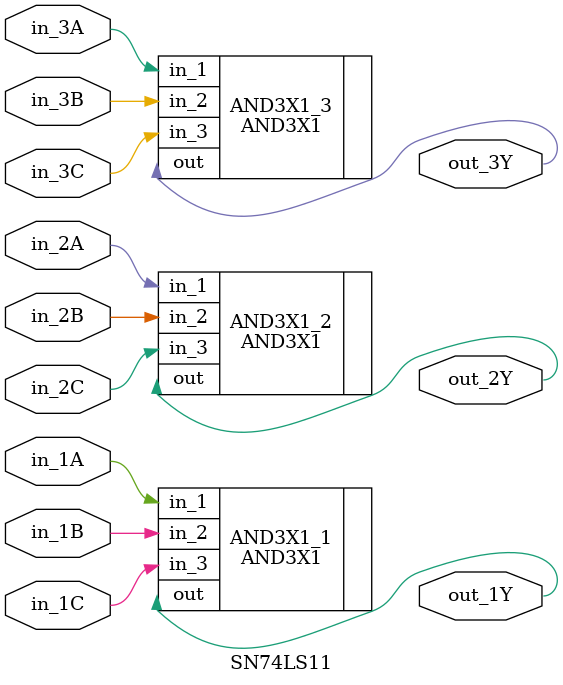
<source format=v>
`timescale 1ns / 1ps

module SN74LS11 (
	//port list
	in_1A	, 
	in_2A	, 
	in_3A	, 
	in_1B	, 
	in_2B	, 
	in_3B	, 
	in_1C	, 
	in_2C	, 
	in_3C	, 
	out_1Y	,
	out_2Y	, 
	out_3Y
);

//port declraration
input in_1A		;
input in_2A		;
input in_3A		;
input in_1B		;
input in_2B		;
input in_3B		;
input in_1C		;
input in_2C		;
input in_3C		;
output out_1Y	;
output out_2Y	;
output out_3Y	;

//modeling
AND3X1 AND3X1_1 (.out(out_1Y), .in_1(in_1A), .in_2(in_1B), .in_3(in_1C));
AND3X1 AND3X1_2 (.out(out_2Y), .in_1(in_2A), .in_2(in_2B), .in_3(in_2C));
AND3X1 AND3X1_3 (.out(out_3Y), .in_1(in_3A), .in_2(in_3B), .in_3(in_3C));
 

endmodule

</source>
